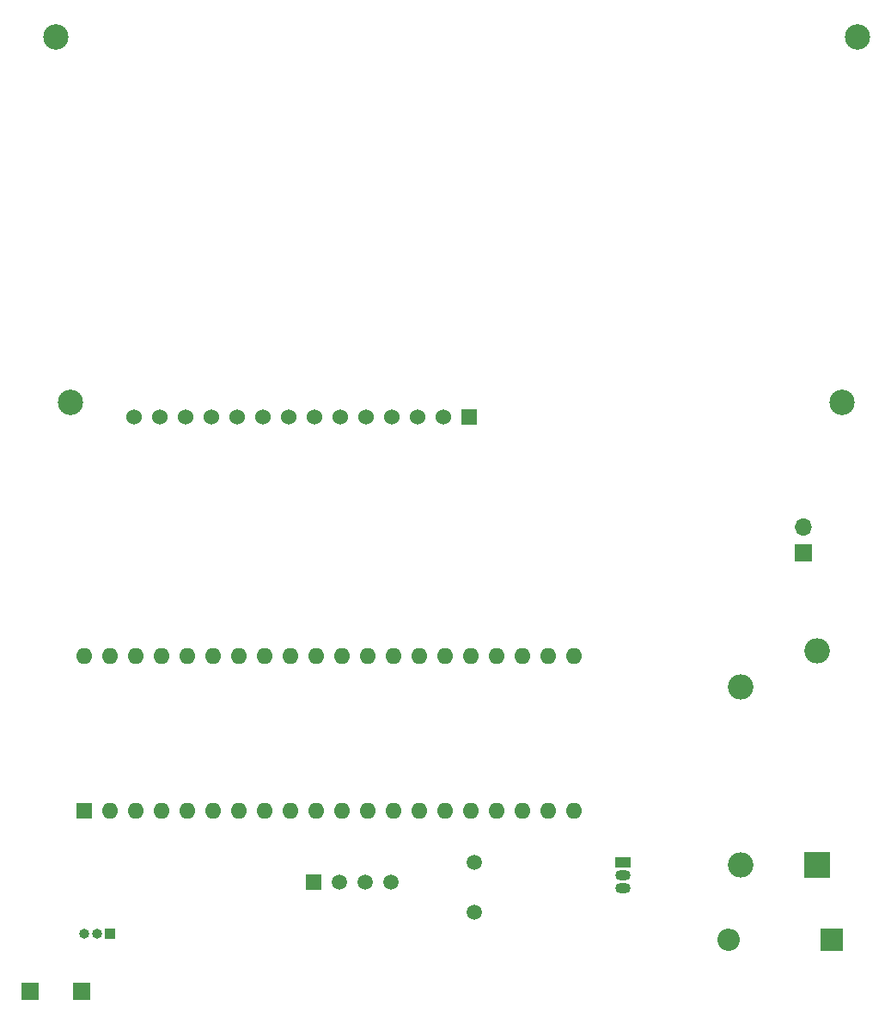
<source format=gbr>
%TF.GenerationSoftware,KiCad,Pcbnew,7.0.9-7.0.9~ubuntu22.04.1*%
%TF.CreationDate,2023-12-03T21:32:25-03:00*%
%TF.ProjectId,smart_watering_system,736d6172-745f-4776-9174-6572696e675f,rev?*%
%TF.SameCoordinates,Original*%
%TF.FileFunction,Soldermask,Bot*%
%TF.FilePolarity,Negative*%
%FSLAX46Y46*%
G04 Gerber Fmt 4.6, Leading zero omitted, Abs format (unit mm)*
G04 Created by KiCad (PCBNEW 7.0.9-7.0.9~ubuntu22.04.1) date 2023-12-03 21:32:25*
%MOMM*%
%LPD*%
G01*
G04 APERTURE LIST*
%ADD10R,1.700000X1.700000*%
%ADD11O,1.700000X1.700000*%
%ADD12C,1.500000*%
%ADD13R,1.500000X1.500000*%
%ADD14C,2.500000*%
%ADD15R,1.524000X1.524000*%
%ADD16C,1.524000*%
%ADD17R,1.600000X1.600000*%
%ADD18O,1.600000X1.600000*%
%ADD19R,1.500000X1.050000*%
%ADD20O,1.500000X1.050000*%
%ADD21R,2.500000X2.500000*%
%ADD22O,2.500000X2.500000*%
%ADD23O,1.000000X1.000000*%
%ADD24R,1.000000X1.000000*%
%ADD25R,2.200000X2.200000*%
%ADD26O,2.200000X2.200000*%
G04 APERTURE END LIST*
D10*
%TO.C,J4*%
X73660000Y-160020000D03*
%TD*%
%TO.C,J3*%
X68580000Y-160020000D03*
%TD*%
%TO.C,J2*%
X144780000Y-116840000D03*
D11*
X144780000Y-114300000D03*
%TD*%
D12*
%TO.C,Y1*%
X112338918Y-147344144D03*
X112338918Y-152244144D03*
%TD*%
%TO.C,U4*%
X104153139Y-149281690D03*
X101613139Y-149281690D03*
X99073139Y-149281690D03*
D13*
X96533139Y-149281690D03*
%TD*%
D14*
%TO.C,U3*%
X72620000Y-102040000D03*
X150120000Y-66040000D03*
X148620000Y-102040000D03*
X71120000Y-66040000D03*
D15*
X111840000Y-103500000D03*
D16*
X109300000Y-103500000D03*
X106760000Y-103500000D03*
X104220000Y-103500000D03*
X101680000Y-103500000D03*
X99140000Y-103500000D03*
X96600000Y-103500000D03*
X94060000Y-103500000D03*
X91520000Y-103500000D03*
X88980000Y-103500000D03*
X86440000Y-103500000D03*
X83900000Y-103500000D03*
X81360000Y-103500000D03*
X78820000Y-103500000D03*
%TD*%
D17*
%TO.C,U1*%
X73920000Y-142240000D03*
D18*
X76460000Y-142240000D03*
X79000000Y-142240000D03*
X81540000Y-142240000D03*
X84080000Y-142240000D03*
X86620000Y-142240000D03*
X89160000Y-142240000D03*
X91700000Y-142240000D03*
X94240000Y-142240000D03*
X96780000Y-142240000D03*
X99320000Y-142240000D03*
X101860000Y-142240000D03*
X104400000Y-142240000D03*
X106940000Y-142240000D03*
X109480000Y-142240000D03*
X112020000Y-142240000D03*
X114560000Y-142240000D03*
X117100000Y-142240000D03*
X119640000Y-142240000D03*
X122180000Y-142240000D03*
X122180000Y-127000000D03*
X119640000Y-127000000D03*
X117100000Y-127000000D03*
X114560000Y-127000000D03*
X112020000Y-127000000D03*
X109480000Y-127000000D03*
X106940000Y-127000000D03*
X104400000Y-127000000D03*
X101860000Y-127000000D03*
X99320000Y-127000000D03*
X96780000Y-127000000D03*
X94240000Y-127000000D03*
X91700000Y-127000000D03*
X89160000Y-127000000D03*
X86620000Y-127000000D03*
X84080000Y-127000000D03*
X81540000Y-127000000D03*
X79000000Y-127000000D03*
X76460000Y-127000000D03*
X73920000Y-127000000D03*
%TD*%
D19*
%TO.C,Q1*%
X127000000Y-147320000D03*
D20*
X127000000Y-148590000D03*
X127000000Y-149860000D03*
%TD*%
D21*
%TO.C,K1*%
X146157500Y-147567500D03*
D22*
X146157500Y-126567500D03*
X138657500Y-130067500D03*
X138657500Y-147567500D03*
%TD*%
D23*
%TO.C,J1*%
X73894601Y-154344790D03*
X75164601Y-154344790D03*
D24*
X76434601Y-154344790D03*
%TD*%
D25*
%TO.C,D2*%
X147580000Y-154940000D03*
D26*
X137420000Y-154940000D03*
%TD*%
M02*

</source>
